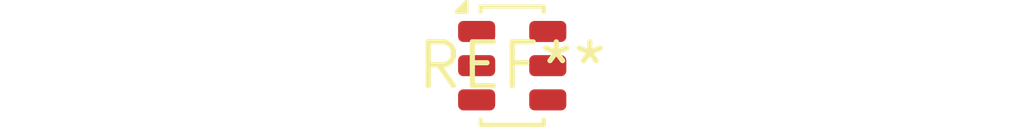
<source format=kicad_pcb>
(kicad_pcb (version 20240108) (generator pcbnew)
  (layers (0 "F.Cu" signal) (31 "B.Cu" signal) (34 "B.Paste" user) (35 "F.Paste" user) (36 "B.SilkS" user "B.Silkscreen") (37 "F.SilkS" user "F.Silkscreen") (38 "B.Mask" user) (39 "F.Mask" user) (44 "Edge.Cuts" user))
  (net 0 "")
  (footprint "Filter_Mini-Circuits_FV1206-1" (layer "F.Cu") (at 0 0)
    (property "Reference" "REF**")
    (property "Value" "Filter_Mini-Circuits_FV1206-1")
    (fp_line (start -0.91 -1.56) (end -0.91 -1.71) (layer "F.SilkS") (stroke (width 0.12)))
    (fp_line (start -0.91 1.71) (end -0.91 1.56) (layer "F.SilkS") (stroke (width 0.12)))
    (fp_line (start 0.91 -1.71) (end -0.91 -1.71) (layer "F.SilkS") (stroke (width 0.12)))
    (fp_line (start 0.91 -1.56) (end 0.91 -1.71) (layer "F.SilkS") (stroke (width 0.12)))
    (fp_line (start 0.91 1.71) (end -0.91 1.71) (layer "F.SilkS") (stroke (width 0.12)))
    (fp_line (start 0.91 1.71) (end 0.91 1.56) (layer "F.SilkS") (stroke (width 0.12)))
    (fp_poly (pts (xy -1.32 -1.56) (xy -1.6 -1.56) (xy -1.32 -1.84) (xy -1.32 -1.56)) (layer "F.SilkS") (stroke (width 0.12)) (fill solid))
    (pad "1" smd roundrect (at -1.025 -0.99) (size 1.07 0.61) (layers "F.Cu" "F.Paste" "F.Mask"))
    (pad "2" smd roundrect (at -1.025 0) (size 1.07 0.61) (layers "F.Cu" "F.Paste" "F.Mask"))
    (pad "3" smd roundrect (at -1.025 0.99) (size 1.07 0.61) (layers "F.Cu" "F.Paste" "F.Mask"))
    (pad "4" smd roundrect (at 1.025 0.99) (size 1.07 0.61) (layers "F.Cu" "F.Paste" "F.Mask"))
    (pad "5" smd roundrect (at 1.025 0) (size 1.07 0.61) (layers "F.Cu" "F.Paste" "F.Mask"))
    (pad "6" smd roundrect (at 1.025 -0.99) (size 1.07 0.61) (layers "F.Cu" "F.Paste" "F.Mask"))
  )
)
</source>
